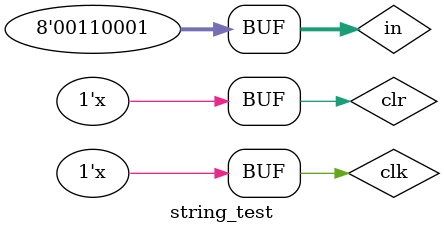
<source format=v>
`timescale 1ns / 1ps


module string_test;

	// Inputs
	reg clk;
	reg clr;
	reg [7:0] in;

	// Outputs
	wire out;

	// Instantiate the Unit Under Test (UUT)
	string uut (
		.clk(clk), 
		.clr(clr), 
		.in(in), 
		.out(out)
	);

	initial begin
		// Initialize Inputs
		clk = 0;
		clr = 0;
		in = 0;

		// Wait 100 ns for global reset to finish
        
		// Add stimulus here

	end
	
	always begin
		#20 clk = ~clk;
	end
	
	always begin 
		#405 clr = ~clr;
	end
	
	always begin
		 in = "1";
		#40 in = "+";
		#40 in = "+";
		#40 in = "1";
		#40 in = "+";
		#40 in = "1";
		#40;
	end
	
      
endmodule


</source>
